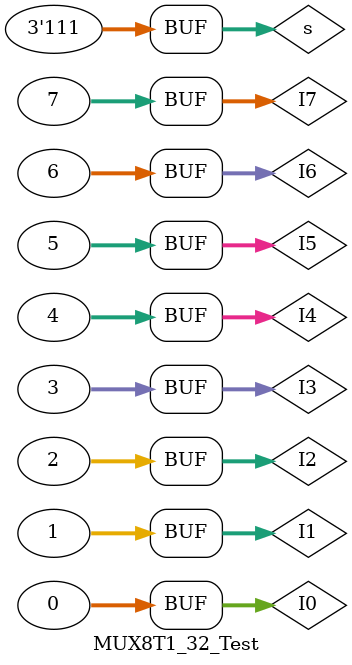
<source format=v>
`timescale 1ns / 1ps


module MUX8T1_32_Test;

	// Inputs
	reg [2:0] s;
	reg [31:0] I0;
	reg [31:0] I1;
	reg [31:0] I2;
	reg [31:0] I3;
	reg [31:0] I4;
	reg [31:0] I5;
	reg [31:0] I6;
	reg [31:0] I7;

	// Outputs
	wire [31:0] o;

	// Instantiate the Unit Under Test (UUT)
	MUX8T1_32 uut (
		.s(s), 
		.I0(I0), 
		.I1(I1), 
		.I2(I2), 
		.I3(I3), 
		.I4(I4), 
		.I5(I5), 
		.I6(I6), 
		.I7(I7), 
		.o(o)
	);

	initial begin
		// Initialize Inputs
		s = 0;
		I0 = 0;
		I1 = 1;
		I2 = 2;
		I3 = 3;
		I4 = 4;
		I5 = 5;
		I6 = 6;
		I7 = 7;
		#100;
		s = 1;
		#100;
		s = 2;
		#100;
		s = 3;
		#100;
		s = 4;
		#100;
		s = 5;
		#100;
		s = 6;
		#100;
		s = 7;
	end
      
endmodule


</source>
